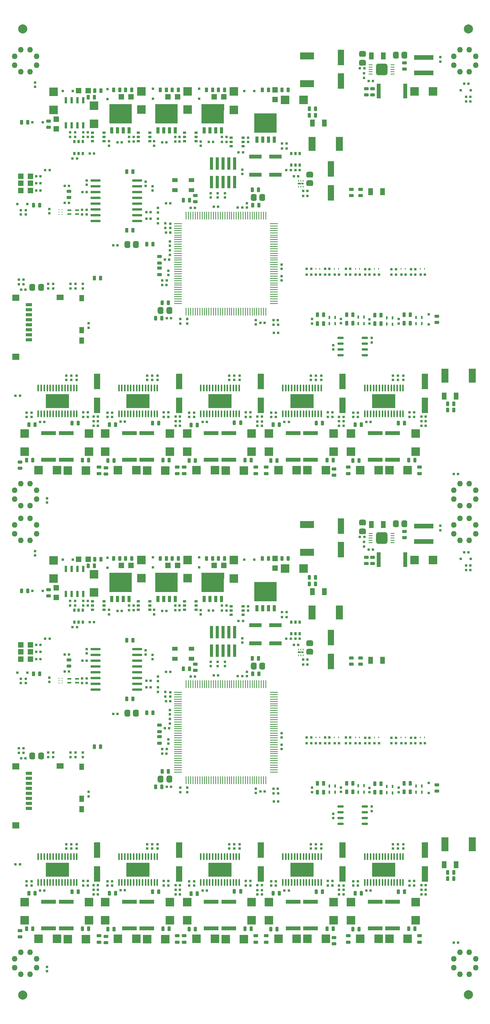
<source format=gtp>
G04 Layer_Color=8421504*
%FSLAX24Y24*%
%MOIN*%
G70*
G01*
G75*
G04:AMPARAMS|DCode=11|XSize=78.7mil|YSize=78.7mil|CornerRadius=39.4mil|HoleSize=0mil|Usage=FLASHONLY|Rotation=90.000|XOffset=0mil|YOffset=0mil|HoleType=Round|Shape=RoundedRectangle|*
%AMROUNDEDRECTD11*
21,1,0.0787,0.0000,0,0,90.0*
21,1,0.0000,0.0787,0,0,90.0*
1,1,0.0787,0.0000,0.0000*
1,1,0.0787,0.0000,0.0000*
1,1,0.0787,0.0000,0.0000*
1,1,0.0787,0.0000,0.0000*
%
%ADD11ROUNDEDRECTD11*%
%ADD17C,0.0500*%
%ADD31R,0.0110X0.0157*%
%ADD49R,0.0591X0.0453*%
%ADD135R,0.0256X0.0118*%
%ADD136R,0.0217X0.0118*%
%ADD137R,0.2035X0.1200*%
%ADD138O,0.0118X0.0649*%
G04:AMPARAMS|DCode=139|XSize=20mil|YSize=22mil|CornerRadius=3.4mil|HoleSize=0mil|Usage=FLASHONLY|Rotation=180.000|XOffset=0mil|YOffset=0mil|HoleType=Round|Shape=RoundedRectangle|*
%AMROUNDEDRECTD139*
21,1,0.0200,0.0152,0,0,180.0*
21,1,0.0132,0.0220,0,0,180.0*
1,1,0.0068,-0.0066,0.0076*
1,1,0.0068,0.0066,0.0076*
1,1,0.0068,0.0066,-0.0076*
1,1,0.0068,-0.0066,-0.0076*
%
%ADD139ROUNDEDRECTD139*%
%ADD140R,0.1279X0.0334*%
G04:AMPARAMS|DCode=141|XSize=20mil|YSize=22mil|CornerRadius=3.4mil|HoleSize=0mil|Usage=FLASHONLY|Rotation=270.000|XOffset=0mil|YOffset=0mil|HoleType=Round|Shape=RoundedRectangle|*
%AMROUNDEDRECTD141*
21,1,0.0200,0.0152,0,0,270.0*
21,1,0.0132,0.0220,0,0,270.0*
1,1,0.0068,-0.0076,-0.0066*
1,1,0.0068,-0.0076,0.0066*
1,1,0.0068,0.0076,0.0066*
1,1,0.0068,0.0076,-0.0066*
%
%ADD141ROUNDEDRECTD141*%
G04:AMPARAMS|DCode=142|XSize=27.1mil|YSize=37.4mil|CornerRadius=4.8mil|HoleSize=0mil|Usage=FLASHONLY|Rotation=0.000|XOffset=0mil|YOffset=0mil|HoleType=Round|Shape=RoundedRectangle|*
%AMROUNDEDRECTD142*
21,1,0.0271,0.0277,0,0,0.0*
21,1,0.0175,0.0374,0,0,0.0*
1,1,0.0097,0.0087,-0.0139*
1,1,0.0097,-0.0087,-0.0139*
1,1,0.0097,-0.0087,0.0139*
1,1,0.0097,0.0087,0.0139*
%
%ADD142ROUNDEDRECTD142*%
%ADD143R,0.0452X0.0334*%
%ADD144R,0.0216X0.0315*%
%ADD145R,0.0315X0.0216*%
%ADD146O,0.0571X0.0216*%
%ADD147O,0.0886X0.0216*%
G04:AMPARAMS|DCode=148|XSize=103mil|YSize=103mil|CornerRadius=25.3mil|HoleSize=0mil|Usage=FLASHONLY|Rotation=0.000|XOffset=0mil|YOffset=0mil|HoleType=Round|Shape=RoundedRectangle|*
%AMROUNDEDRECTD148*
21,1,0.1030,0.0525,0,0,0.0*
21,1,0.0525,0.1030,0,0,0.0*
1,1,0.0505,0.0263,-0.0263*
1,1,0.0505,-0.0263,-0.0263*
1,1,0.0505,-0.0263,0.0263*
1,1,0.0505,0.0263,0.0263*
%
%ADD148ROUNDEDRECTD148*%
%ADD149R,0.0382X0.0098*%
%ADD150O,0.0098X0.0689*%
%ADD151O,0.0689X0.0098*%
%ADD152R,0.1082X0.0374*%
G04:AMPARAMS|DCode=153|XSize=27.1mil|YSize=37.4mil|CornerRadius=4.8mil|HoleSize=0mil|Usage=FLASHONLY|Rotation=270.000|XOffset=0mil|YOffset=0mil|HoleType=Round|Shape=RoundedRectangle|*
%AMROUNDEDRECTD153*
21,1,0.0271,0.0277,0,0,270.0*
21,1,0.0175,0.0374,0,0,270.0*
1,1,0.0097,-0.0139,-0.0087*
1,1,0.0097,-0.0139,0.0087*
1,1,0.0097,0.0139,0.0087*
1,1,0.0097,0.0139,-0.0087*
%
%ADD153ROUNDEDRECTD153*%
%ADD154R,0.0334X0.1279*%
%ADD155R,0.1950X0.1680*%
%ADD156R,0.0260X0.0540*%
%ADD157R,0.0220X0.0580*%
%ADD158R,0.0460X0.0460*%
%ADD159R,0.0334X0.0137*%
%ADD160R,0.1653X0.0445*%
G04:AMPARAMS|DCode=161|XSize=50mil|YSize=58mil|CornerRadius=12mil|HoleSize=0mil|Usage=FLASHONLY|Rotation=0.000|XOffset=0mil|YOffset=0mil|HoleType=Round|Shape=RoundedRectangle|*
%AMROUNDEDRECTD161*
21,1,0.0500,0.0340,0,0,0.0*
21,1,0.0260,0.0580,0,0,0.0*
1,1,0.0240,0.0130,-0.0170*
1,1,0.0240,-0.0130,-0.0170*
1,1,0.0240,-0.0130,0.0170*
1,1,0.0240,0.0130,0.0170*
%
%ADD161ROUNDEDRECTD161*%
%ADD162R,0.0275X0.1082*%
%ADD163R,0.0433X0.0571*%
%ADD164R,0.0571X0.0295*%
%ADD165R,0.0649X0.0531*%
%ADD166R,0.0460X0.0460*%
%ADD167R,0.0770X0.0770*%
%ADD168R,0.0770X0.0770*%
%ADD169R,0.0220X0.0220*%
%ADD170R,0.0108X0.0086*%
%ADD171R,0.0180X0.0260*%
%ADD172R,0.0220X0.0220*%
%ADD173R,0.0610X0.1240*%
%ADD174R,0.1240X0.0610*%
G04:AMPARAMS|DCode=175|XSize=50mil|YSize=58mil|CornerRadius=12mil|HoleSize=0mil|Usage=FLASHONLY|Rotation=90.000|XOffset=0mil|YOffset=0mil|HoleType=Round|Shape=RoundedRectangle|*
%AMROUNDEDRECTD175*
21,1,0.0500,0.0340,0,0,90.0*
21,1,0.0260,0.0580,0,0,90.0*
1,1,0.0240,0.0170,0.0130*
1,1,0.0240,0.0170,-0.0130*
1,1,0.0240,-0.0170,-0.0130*
1,1,0.0240,-0.0170,0.0130*
%
%ADD175ROUNDEDRECTD175*%
%ADD176R,0.0413X0.0649*%
%ADD177R,0.0531X0.1319*%
%ADD178R,0.0098X0.0137*%
G36*
X20192Y36205D02*
Y36153D01*
X19980D01*
Y36205D01*
X20015Y36240D01*
X20157D01*
X20192Y36205D01*
D02*
G37*
G36*
X20571D02*
Y36153D01*
X20361D01*
Y36205D01*
X20401Y36240D01*
X20541D01*
X20571Y36205D01*
D02*
G37*
G36*
X19818Y36201D02*
Y36153D01*
X19677D01*
Y36244D01*
X19775D01*
X19818Y36201D01*
D02*
G37*
G36*
X16561Y36205D02*
Y36153D01*
X16351D01*
Y36205D01*
X16391Y36240D01*
X16531D01*
X16561Y36205D01*
D02*
G37*
G36*
X16861Y36153D02*
X16731D01*
Y36201D01*
X16771Y36244D01*
X16861D01*
Y36153D01*
D02*
G37*
G36*
X24369Y36761D02*
X24334Y36731D01*
X24184D01*
X24145Y36771D01*
Y37011D01*
X24369D01*
Y36761D01*
D02*
G37*
G36*
X24747D02*
X24712Y36731D01*
X24562D01*
X24523Y36771D01*
Y37011D01*
X24747D01*
Y36761D01*
D02*
G37*
G36*
X25796Y36491D02*
X25696D01*
Y37011D01*
X25796D01*
Y36491D01*
D02*
G37*
G36*
X20871Y36153D02*
X20741D01*
Y36201D01*
X20781Y36244D01*
X20871D01*
Y36153D01*
D02*
G37*
G36*
X23976Y36491D02*
X23865D01*
Y37011D01*
X23976D01*
Y36491D01*
D02*
G37*
G36*
X25426Y35353D02*
X25296D01*
Y35401D01*
X25336Y35444D01*
X25426D01*
Y35353D01*
D02*
G37*
G36*
X11823Y36201D02*
Y36153D01*
X11681D01*
Y36244D01*
X11780D01*
X11823Y36201D01*
D02*
G37*
G36*
X25126Y35405D02*
Y35353D01*
X24916D01*
Y35405D01*
X24956Y35440D01*
X25096D01*
X25126Y35405D01*
D02*
G37*
G36*
X24373Y35401D02*
Y35353D01*
X24232D01*
Y35444D01*
X24330D01*
X24373Y35401D01*
D02*
G37*
G36*
X24747Y35405D02*
Y35353D01*
X24535D01*
Y35405D01*
X24570Y35440D01*
X24712D01*
X24747Y35405D01*
D02*
G37*
G36*
X15808Y36201D02*
Y36153D01*
X15667D01*
Y36244D01*
X15765D01*
X15808Y36201D01*
D02*
G37*
G36*
X16182Y36205D02*
Y36153D01*
X15970D01*
Y36205D01*
X16005Y36240D01*
X16147D01*
X16182Y36205D01*
D02*
G37*
G36*
X12876Y36153D02*
X12746D01*
Y36201D01*
X12786Y36244D01*
X12876D01*
Y36153D01*
D02*
G37*
G36*
X12197Y36205D02*
Y36153D01*
X11985D01*
Y36205D01*
X12020Y36240D01*
X12162D01*
X12197Y36205D01*
D02*
G37*
G36*
X12576D02*
Y36153D01*
X12366D01*
Y36205D01*
X12406Y36240D01*
X12546D01*
X12576Y36205D01*
D02*
G37*
G36*
X16182Y37561D02*
X16147Y37531D01*
X15997D01*
X15958Y37571D01*
Y37811D01*
X16182D01*
Y37561D01*
D02*
G37*
G36*
X16561Y37571D02*
X16521Y37531D01*
X16381D01*
X16341Y37571D01*
Y37811D01*
X16561D01*
Y37571D01*
D02*
G37*
G36*
X15804Y37561D02*
X15769Y37531D01*
X15619D01*
X15580Y37571D01*
Y37811D01*
X15804D01*
Y37561D01*
D02*
G37*
G36*
X12576Y37571D02*
X12536Y37531D01*
X12396D01*
X12356Y37571D01*
Y37811D01*
X12576D01*
Y37571D01*
D02*
G37*
G36*
X12946D02*
X12916Y37531D01*
X12766D01*
X12726Y37571D01*
Y37811D01*
X12946D01*
Y37571D01*
D02*
G37*
G36*
X20571D02*
X20531Y37531D01*
X20391D01*
X20351Y37571D01*
Y37811D01*
X20571D01*
Y37571D01*
D02*
G37*
G36*
X20941D02*
X20911Y37531D01*
X20761D01*
X20721Y37571D01*
Y37811D01*
X20941D01*
Y37571D01*
D02*
G37*
G36*
X20192Y37561D02*
X20157Y37531D01*
X20007D01*
X19968Y37571D01*
Y37811D01*
X20192D01*
Y37561D01*
D02*
G37*
G36*
X16931Y37571D02*
X16901Y37531D01*
X16751D01*
X16711Y37571D01*
Y37811D01*
X16931D01*
Y37571D01*
D02*
G37*
G36*
X19814Y37561D02*
X19779Y37531D01*
X19629D01*
X19590Y37571D01*
Y37811D01*
X19814D01*
Y37561D01*
D02*
G37*
G36*
X13246Y37291D02*
X13146D01*
Y37811D01*
X13246D01*
Y37291D01*
D02*
G37*
G36*
X15411D02*
X15300D01*
Y37811D01*
X15411D01*
Y37291D01*
D02*
G37*
G36*
X11426D02*
X11315D01*
Y37811D01*
X11426D01*
Y37291D01*
D02*
G37*
G36*
X25126Y36771D02*
X25086Y36731D01*
X24946D01*
X24906Y36771D01*
Y37011D01*
X25126D01*
Y36771D01*
D02*
G37*
G36*
X25496D02*
X25466Y36731D01*
X25316D01*
X25276Y36771D01*
Y37011D01*
X25496D01*
Y36771D01*
D02*
G37*
G36*
X11819Y37561D02*
X11784Y37531D01*
X11634D01*
X11595Y37571D01*
Y37811D01*
X11819D01*
Y37561D01*
D02*
G37*
G36*
X12197D02*
X12162Y37531D01*
X12012D01*
X11973Y37571D01*
Y37811D01*
X12197D01*
Y37561D01*
D02*
G37*
G36*
X21241Y37291D02*
X21141D01*
Y37811D01*
X21241D01*
Y37291D01*
D02*
G37*
G36*
X17231D02*
X17131D01*
Y37811D01*
X17231D01*
Y37291D01*
D02*
G37*
G36*
X19421D02*
X19310D01*
Y37811D01*
X19421D01*
Y37291D01*
D02*
G37*
G36*
X20192Y76705D02*
Y76653D01*
X19980D01*
Y76705D01*
X20015Y76740D01*
X20157D01*
X20192Y76705D01*
D02*
G37*
G36*
X20571D02*
Y76653D01*
X20361D01*
Y76705D01*
X20401Y76740D01*
X20541D01*
X20571Y76705D01*
D02*
G37*
G36*
X19818Y76701D02*
Y76653D01*
X19677D01*
Y76744D01*
X19775D01*
X19818Y76701D01*
D02*
G37*
G36*
X16561Y76705D02*
Y76653D01*
X16351D01*
Y76705D01*
X16391Y76740D01*
X16531D01*
X16561Y76705D01*
D02*
G37*
G36*
X16861Y76653D02*
X16731D01*
Y76701D01*
X16771Y76744D01*
X16861D01*
Y76653D01*
D02*
G37*
G36*
X24369Y77261D02*
X24334Y77231D01*
X24184D01*
X24145Y77271D01*
Y77511D01*
X24369D01*
Y77261D01*
D02*
G37*
G36*
X24747D02*
X24712Y77231D01*
X24562D01*
X24523Y77271D01*
Y77511D01*
X24747D01*
Y77261D01*
D02*
G37*
G36*
X25796Y76991D02*
X25696D01*
Y77511D01*
X25796D01*
Y76991D01*
D02*
G37*
G36*
X20871Y76653D02*
X20741D01*
Y76701D01*
X20781Y76744D01*
X20871D01*
Y76653D01*
D02*
G37*
G36*
X23976Y76991D02*
X23865D01*
Y77511D01*
X23976D01*
Y76991D01*
D02*
G37*
G36*
X25426Y75853D02*
X25296D01*
Y75901D01*
X25336Y75944D01*
X25426D01*
Y75853D01*
D02*
G37*
G36*
X11823Y76701D02*
Y76653D01*
X11681D01*
Y76744D01*
X11780D01*
X11823Y76701D01*
D02*
G37*
G36*
X25126Y75904D02*
Y75853D01*
X24916D01*
Y75904D01*
X24956Y75940D01*
X25096D01*
X25126Y75904D01*
D02*
G37*
G36*
X24373Y75901D02*
Y75853D01*
X24232D01*
Y75944D01*
X24330D01*
X24373Y75901D01*
D02*
G37*
G36*
X24747Y75904D02*
Y75853D01*
X24535D01*
Y75904D01*
X24570Y75940D01*
X24712D01*
X24747Y75904D01*
D02*
G37*
G36*
X15808Y76701D02*
Y76653D01*
X15667D01*
Y76744D01*
X15765D01*
X15808Y76701D01*
D02*
G37*
G36*
X16182Y76705D02*
Y76653D01*
X15970D01*
Y76705D01*
X16005Y76740D01*
X16147D01*
X16182Y76705D01*
D02*
G37*
G36*
X12876Y76653D02*
X12746D01*
Y76701D01*
X12786Y76744D01*
X12876D01*
Y76653D01*
D02*
G37*
G36*
X12197Y76705D02*
Y76653D01*
X11985D01*
Y76705D01*
X12020Y76740D01*
X12162D01*
X12197Y76705D01*
D02*
G37*
G36*
X12576D02*
Y76653D01*
X12366D01*
Y76705D01*
X12406Y76740D01*
X12546D01*
X12576Y76705D01*
D02*
G37*
G36*
X16182Y78061D02*
X16147Y78031D01*
X15997D01*
X15958Y78071D01*
Y78311D01*
X16182D01*
Y78061D01*
D02*
G37*
G36*
X16561Y78071D02*
X16521Y78031D01*
X16381D01*
X16341Y78071D01*
Y78311D01*
X16561D01*
Y78071D01*
D02*
G37*
G36*
X15804Y78061D02*
X15769Y78031D01*
X15619D01*
X15580Y78071D01*
Y78311D01*
X15804D01*
Y78061D01*
D02*
G37*
G36*
X12576Y78071D02*
X12536Y78031D01*
X12396D01*
X12356Y78071D01*
Y78311D01*
X12576D01*
Y78071D01*
D02*
G37*
G36*
X12946D02*
X12916Y78031D01*
X12766D01*
X12726Y78071D01*
Y78311D01*
X12946D01*
Y78071D01*
D02*
G37*
G36*
X20571D02*
X20531Y78031D01*
X20391D01*
X20351Y78071D01*
Y78311D01*
X20571D01*
Y78071D01*
D02*
G37*
G36*
X20941D02*
X20911Y78031D01*
X20761D01*
X20721Y78071D01*
Y78311D01*
X20941D01*
Y78071D01*
D02*
G37*
G36*
X20192Y78061D02*
X20157Y78031D01*
X20007D01*
X19968Y78071D01*
Y78311D01*
X20192D01*
Y78061D01*
D02*
G37*
G36*
X16931Y78071D02*
X16901Y78031D01*
X16751D01*
X16711Y78071D01*
Y78311D01*
X16931D01*
Y78071D01*
D02*
G37*
G36*
X19814Y78061D02*
X19779Y78031D01*
X19629D01*
X19590Y78071D01*
Y78311D01*
X19814D01*
Y78061D01*
D02*
G37*
G36*
X13246Y77791D02*
X13146D01*
Y78311D01*
X13246D01*
Y77791D01*
D02*
G37*
G36*
X15411D02*
X15300D01*
Y78311D01*
X15411D01*
Y77791D01*
D02*
G37*
G36*
X11426D02*
X11315D01*
Y78311D01*
X11426D01*
Y77791D01*
D02*
G37*
G36*
X25126Y77271D02*
X25086Y77231D01*
X24946D01*
X24906Y77271D01*
Y77511D01*
X25126D01*
Y77271D01*
D02*
G37*
G36*
X25496D02*
X25466Y77231D01*
X25316D01*
X25276Y77271D01*
Y77511D01*
X25496D01*
Y77271D01*
D02*
G37*
G36*
X11819Y78061D02*
X11784Y78031D01*
X11634D01*
X11595Y78071D01*
Y78311D01*
X11819D01*
Y78061D01*
D02*
G37*
G36*
X12197D02*
X12162Y78031D01*
X12012D01*
X11973Y78071D01*
Y78311D01*
X12197D01*
Y78061D01*
D02*
G37*
G36*
X21241Y77791D02*
X21141D01*
Y78311D01*
X21241D01*
Y77791D01*
D02*
G37*
G36*
X17231D02*
X17131D01*
Y78311D01*
X17231D01*
Y77791D01*
D02*
G37*
G36*
X19421D02*
X19310D01*
Y78311D01*
X19421D01*
Y77791D01*
D02*
G37*
D11*
X3811Y1311D02*
D03*
X42400Y1341D02*
D03*
Y84819D02*
D03*
X3811D02*
D03*
D17*
X43006Y3667D02*
D03*
Y4455D02*
D03*
X42455Y5006D02*
D03*
X41667D02*
D03*
X41116Y4455D02*
D03*
Y3667D02*
D03*
X41667Y3116D02*
D03*
X42455D02*
D03*
X43006Y41167D02*
D03*
Y41955D02*
D03*
X42455Y42506D02*
D03*
X41667D02*
D03*
X41116Y41955D02*
D03*
Y41167D02*
D03*
X41667Y40616D02*
D03*
X42455D02*
D03*
X5006Y41167D02*
D03*
Y41955D02*
D03*
X4455Y42506D02*
D03*
X3667D02*
D03*
X3116Y41955D02*
D03*
Y41167D02*
D03*
X3667Y40616D02*
D03*
X4455D02*
D03*
X5006Y3667D02*
D03*
Y4455D02*
D03*
X4455Y5006D02*
D03*
X3667D02*
D03*
X3116Y4455D02*
D03*
Y3667D02*
D03*
X3667Y3116D02*
D03*
X4455D02*
D03*
X43006Y44167D02*
D03*
Y44955D02*
D03*
X42455Y45506D02*
D03*
X41667D02*
D03*
X41116Y44955D02*
D03*
Y44167D02*
D03*
X41667Y43616D02*
D03*
X42455D02*
D03*
X43006Y81667D02*
D03*
Y82455D02*
D03*
X42455Y83006D02*
D03*
X41667D02*
D03*
X41116Y82455D02*
D03*
Y81667D02*
D03*
X41667Y81116D02*
D03*
X42455D02*
D03*
X5006Y81667D02*
D03*
Y82455D02*
D03*
X4455Y83006D02*
D03*
X3667D02*
D03*
X3116Y82455D02*
D03*
Y81667D02*
D03*
X3667Y81116D02*
D03*
X4455D02*
D03*
X5006Y44167D02*
D03*
Y44955D02*
D03*
X4455Y45506D02*
D03*
X3667D02*
D03*
X3116Y44955D02*
D03*
Y44167D02*
D03*
X3667Y43616D02*
D03*
X4455D02*
D03*
D31*
X27684Y30675D02*
D03*
X27881D02*
D03*
X28078D02*
D03*
Y31187D02*
D03*
X27881D02*
D03*
X27684D02*
D03*
Y71175D02*
D03*
X27881D02*
D03*
X28078D02*
D03*
Y71687D02*
D03*
X27881D02*
D03*
X27684D02*
D03*
D49*
X7054Y21110D02*
D03*
Y61610D02*
D03*
D135*
X27753Y30931D02*
D03*
Y71431D02*
D03*
D136*
X28029Y30931D02*
D03*
Y71431D02*
D03*
D137*
X6835Y12151D02*
D03*
X13804D02*
D03*
X20895D02*
D03*
X27981D02*
D03*
X35070D02*
D03*
X6835Y52651D02*
D03*
X13804D02*
D03*
X20895D02*
D03*
X27981D02*
D03*
X35070D02*
D03*
D138*
X8499Y13273D02*
D03*
X8243D02*
D03*
X7987D02*
D03*
X7731D02*
D03*
X7475D02*
D03*
X7219D02*
D03*
X6963D02*
D03*
X6708D02*
D03*
X6452D02*
D03*
X6196D02*
D03*
X5940D02*
D03*
X5684D02*
D03*
X5428D02*
D03*
X5172D02*
D03*
X8499Y11029D02*
D03*
X8243D02*
D03*
X7987D02*
D03*
X7731D02*
D03*
X7475D02*
D03*
X7219D02*
D03*
X6963D02*
D03*
X6708D02*
D03*
X6452D02*
D03*
X6196D02*
D03*
X5940D02*
D03*
X5684D02*
D03*
X5428D02*
D03*
X5172D02*
D03*
X12141D02*
D03*
X12397D02*
D03*
X12652D02*
D03*
X12908D02*
D03*
X13164D02*
D03*
X13420D02*
D03*
X13676D02*
D03*
X13932D02*
D03*
X14188D02*
D03*
X14444D02*
D03*
X14700D02*
D03*
X14956D02*
D03*
X15212D02*
D03*
X15467D02*
D03*
X12141Y13273D02*
D03*
X12397D02*
D03*
X12652D02*
D03*
X12908D02*
D03*
X13164D02*
D03*
X13420D02*
D03*
X13676D02*
D03*
X13932D02*
D03*
X14188D02*
D03*
X14444D02*
D03*
X14700D02*
D03*
X14956D02*
D03*
X15212D02*
D03*
X15467D02*
D03*
X22559D02*
D03*
X22303D02*
D03*
X22047D02*
D03*
X21791D02*
D03*
X21535D02*
D03*
X21279D02*
D03*
X21023D02*
D03*
X20767D02*
D03*
X20511D02*
D03*
X20255D02*
D03*
X20000D02*
D03*
X19744D02*
D03*
X19488D02*
D03*
X19232D02*
D03*
X22559Y11029D02*
D03*
X22303D02*
D03*
X22047D02*
D03*
X21791D02*
D03*
X21535D02*
D03*
X21279D02*
D03*
X21023D02*
D03*
X20767D02*
D03*
X20511D02*
D03*
X20255D02*
D03*
X20000D02*
D03*
X19744D02*
D03*
X19488D02*
D03*
X19232D02*
D03*
X26318D02*
D03*
X26574D02*
D03*
X26830D02*
D03*
X27086D02*
D03*
X27341D02*
D03*
X27597D02*
D03*
X27853D02*
D03*
X28109D02*
D03*
X28365D02*
D03*
X28621D02*
D03*
X28877D02*
D03*
X29133D02*
D03*
X29389D02*
D03*
X29645D02*
D03*
X26318Y13273D02*
D03*
X26574D02*
D03*
X26830D02*
D03*
X27086D02*
D03*
X27341D02*
D03*
X27597D02*
D03*
X27853D02*
D03*
X28109D02*
D03*
X28365D02*
D03*
X28621D02*
D03*
X28877D02*
D03*
X29133D02*
D03*
X29389D02*
D03*
X29645D02*
D03*
X36733D02*
D03*
X36477D02*
D03*
X36221D02*
D03*
X35965D02*
D03*
X35710D02*
D03*
X35454D02*
D03*
X35198D02*
D03*
X34942D02*
D03*
X34686D02*
D03*
X34430D02*
D03*
X34174D02*
D03*
X33918D02*
D03*
X33662D02*
D03*
X33406D02*
D03*
X36733Y11029D02*
D03*
X36477D02*
D03*
X36221D02*
D03*
X35965D02*
D03*
X35710D02*
D03*
X35454D02*
D03*
X35198D02*
D03*
X34942D02*
D03*
X34686D02*
D03*
X34430D02*
D03*
X34174D02*
D03*
X33918D02*
D03*
X33662D02*
D03*
X33406D02*
D03*
X8499Y53773D02*
D03*
X8243D02*
D03*
X7987D02*
D03*
X7731D02*
D03*
X7475D02*
D03*
X7219D02*
D03*
X6963D02*
D03*
X6708D02*
D03*
X6452D02*
D03*
X6196D02*
D03*
X5940D02*
D03*
X5684D02*
D03*
X5428D02*
D03*
X5172D02*
D03*
X8499Y51529D02*
D03*
X8243D02*
D03*
X7987D02*
D03*
X7731D02*
D03*
X7475D02*
D03*
X7219D02*
D03*
X6963D02*
D03*
X6708D02*
D03*
X6452D02*
D03*
X6196D02*
D03*
X5940D02*
D03*
X5684D02*
D03*
X5428D02*
D03*
X5172D02*
D03*
X12141D02*
D03*
X12397D02*
D03*
X12652D02*
D03*
X12908D02*
D03*
X13164D02*
D03*
X13420D02*
D03*
X13676D02*
D03*
X13932D02*
D03*
X14188D02*
D03*
X14444D02*
D03*
X14700D02*
D03*
X14956D02*
D03*
X15212D02*
D03*
X15467D02*
D03*
X12141Y53773D02*
D03*
X12397D02*
D03*
X12652D02*
D03*
X12908D02*
D03*
X13164D02*
D03*
X13420D02*
D03*
X13676D02*
D03*
X13932D02*
D03*
X14188D02*
D03*
X14444D02*
D03*
X14700D02*
D03*
X14956D02*
D03*
X15212D02*
D03*
X15467D02*
D03*
X22559D02*
D03*
X22303D02*
D03*
X22047D02*
D03*
X21791D02*
D03*
X21535D02*
D03*
X21279D02*
D03*
X21023D02*
D03*
X20767D02*
D03*
X20511D02*
D03*
X20255D02*
D03*
X20000D02*
D03*
X19744D02*
D03*
X19488D02*
D03*
X19232D02*
D03*
X22559Y51529D02*
D03*
X22303D02*
D03*
X22047D02*
D03*
X21791D02*
D03*
X21535D02*
D03*
X21279D02*
D03*
X21023D02*
D03*
X20767D02*
D03*
X20511D02*
D03*
X20255D02*
D03*
X20000D02*
D03*
X19744D02*
D03*
X19488D02*
D03*
X19232D02*
D03*
X26318D02*
D03*
X26574D02*
D03*
X26830D02*
D03*
X27086D02*
D03*
X27341D02*
D03*
X27597D02*
D03*
X27853D02*
D03*
X28109D02*
D03*
X28365D02*
D03*
X28621D02*
D03*
X28877D02*
D03*
X29133D02*
D03*
X29389D02*
D03*
X29645D02*
D03*
X26318Y53773D02*
D03*
X26574D02*
D03*
X26830D02*
D03*
X27086D02*
D03*
X27341D02*
D03*
X27597D02*
D03*
X27853D02*
D03*
X28109D02*
D03*
X28365D02*
D03*
X28621D02*
D03*
X28877D02*
D03*
X29133D02*
D03*
X29389D02*
D03*
X29645D02*
D03*
X36733D02*
D03*
X36477D02*
D03*
X36221D02*
D03*
X35965D02*
D03*
X35710D02*
D03*
X35454D02*
D03*
X35198D02*
D03*
X34942D02*
D03*
X34686D02*
D03*
X34430D02*
D03*
X34174D02*
D03*
X33918D02*
D03*
X33662D02*
D03*
X33406D02*
D03*
X36733Y51529D02*
D03*
X36477D02*
D03*
X36221D02*
D03*
X35965D02*
D03*
X35710D02*
D03*
X35454D02*
D03*
X35198D02*
D03*
X34942D02*
D03*
X34686D02*
D03*
X34430D02*
D03*
X34174D02*
D03*
X33918D02*
D03*
X33662D02*
D03*
X33406D02*
D03*
D139*
X24510Y10795D02*
D03*
X24131D02*
D03*
X9350Y28281D02*
D03*
X8971D02*
D03*
X14900Y28461D02*
D03*
X14521D02*
D03*
X9350Y28671D02*
D03*
X8971D02*
D03*
X14890Y27911D02*
D03*
X14511D02*
D03*
X16500Y24381D02*
D03*
X16121D02*
D03*
X16211Y29251D02*
D03*
X16590D02*
D03*
X25910Y18731D02*
D03*
X25531D02*
D03*
X5762Y32111D02*
D03*
X6141D02*
D03*
X3580Y12621D02*
D03*
X3201D02*
D03*
X41112Y5841D02*
D03*
X41491D02*
D03*
X42008Y39567D02*
D03*
X42387D02*
D03*
X3881Y22251D02*
D03*
X3502D02*
D03*
X42177Y38028D02*
D03*
X42556D02*
D03*
X32994Y40895D02*
D03*
X33373D02*
D03*
X5361Y31571D02*
D03*
X4982D02*
D03*
X27411Y32121D02*
D03*
X27790D02*
D03*
X26271Y34411D02*
D03*
X26650D02*
D03*
X26271Y33991D02*
D03*
X26650D02*
D03*
X21071Y34961D02*
D03*
X21450D02*
D03*
X25522Y19131D02*
D03*
X25901D02*
D03*
X21071Y34531D02*
D03*
X21450D02*
D03*
X19921D02*
D03*
X20300D02*
D03*
X17011Y34961D02*
D03*
X17390D02*
D03*
X17011Y34561D02*
D03*
X17390D02*
D03*
X15891Y34511D02*
D03*
X16270D02*
D03*
X13031Y34961D02*
D03*
X13410D02*
D03*
X13031Y34561D02*
D03*
X13410D02*
D03*
X25920Y18041D02*
D03*
X25541D02*
D03*
X12021Y34501D02*
D03*
X12400D02*
D03*
X9622Y33551D02*
D03*
X10001D02*
D03*
X12021Y25601D02*
D03*
X11642D02*
D03*
X17430Y10021D02*
D03*
X17051D02*
D03*
X10320Y10011D02*
D03*
X9941D02*
D03*
X38690Y10801D02*
D03*
X38311D02*
D03*
X31580Y10791D02*
D03*
X31201D02*
D03*
X17430Y10801D02*
D03*
X17051D02*
D03*
X10320D02*
D03*
X9941D02*
D03*
X36961Y23081D02*
D03*
X36582D02*
D03*
X33001D02*
D03*
X32622D02*
D03*
X29571Y23080D02*
D03*
X29192D02*
D03*
X35732Y23081D02*
D03*
X36111D02*
D03*
X31792D02*
D03*
X32171D02*
D03*
X28402Y23561D02*
D03*
X28781D02*
D03*
X38621Y23081D02*
D03*
X38242D02*
D03*
X34651D02*
D03*
X34272D02*
D03*
X31191D02*
D03*
X30812D02*
D03*
X37412D02*
D03*
X37791D02*
D03*
X33442D02*
D03*
X33821D02*
D03*
X29992D02*
D03*
X30371D02*
D03*
X4981Y30351D02*
D03*
X5360D02*
D03*
X4981Y30961D02*
D03*
X5360D02*
D03*
X20341Y28931D02*
D03*
X20720D02*
D03*
X33553Y10331D02*
D03*
X33930D02*
D03*
X26464D02*
D03*
X26841D02*
D03*
X12287Y10361D02*
D03*
X12664D02*
D03*
X5318Y10331D02*
D03*
X5695D02*
D03*
X8981Y30221D02*
D03*
X9358D02*
D03*
X7461Y30741D02*
D03*
X7838D02*
D03*
X7831Y29291D02*
D03*
X7454D02*
D03*
X38688Y10401D02*
D03*
X38311D02*
D03*
X31578D02*
D03*
X31201D02*
D03*
X17428Y10411D02*
D03*
X17051D02*
D03*
X10318Y10401D02*
D03*
X9941D02*
D03*
X42553Y38428D02*
D03*
X42176D02*
D03*
X3504Y22651D02*
D03*
X3881D02*
D03*
X33757Y39815D02*
D03*
X34134D02*
D03*
X38311Y10011D02*
D03*
X38688D02*
D03*
X31201D02*
D03*
X31578D02*
D03*
X28094Y30301D02*
D03*
X28471D02*
D03*
X28094Y29871D02*
D03*
X28471D02*
D03*
X27668Y31581D02*
D03*
X27291D02*
D03*
X24771Y18921D02*
D03*
X24394D02*
D03*
X22431Y28881D02*
D03*
X22808D02*
D03*
X35734Y23551D02*
D03*
X36111D02*
D03*
X31794Y23561D02*
D03*
X32171D02*
D03*
X28404Y23081D02*
D03*
X28781D02*
D03*
X15891Y22161D02*
D03*
X16268D02*
D03*
X16221Y26721D02*
D03*
X16598D02*
D03*
X15901Y22561D02*
D03*
X16278D02*
D03*
X37414Y23551D02*
D03*
X37791D02*
D03*
X33444D02*
D03*
X33821D02*
D03*
X29994Y23561D02*
D03*
X30371D02*
D03*
X16651Y19321D02*
D03*
X16274D02*
D03*
X18721Y28841D02*
D03*
X18344D02*
D03*
X19378Y10331D02*
D03*
X19755D02*
D03*
X24131Y10391D02*
D03*
X24508D02*
D03*
X24131Y10011D02*
D03*
X24508D02*
D03*
X26631Y32121D02*
D03*
X27008D02*
D03*
X22881Y33631D02*
D03*
X22504D02*
D03*
X8511Y33101D02*
D03*
X8134D02*
D03*
X3681Y21781D02*
D03*
X4058D02*
D03*
X24510Y51295D02*
D03*
X24131D02*
D03*
X9350Y68781D02*
D03*
X8971D02*
D03*
X14900Y68961D02*
D03*
X14521D02*
D03*
X9350Y69171D02*
D03*
X8971D02*
D03*
X14890Y68411D02*
D03*
X14511D02*
D03*
X16500Y64881D02*
D03*
X16121D02*
D03*
X16211Y69751D02*
D03*
X16590D02*
D03*
X25910Y59231D02*
D03*
X25531D02*
D03*
X5762Y72611D02*
D03*
X6141D02*
D03*
X3580Y53121D02*
D03*
X3201D02*
D03*
X41112Y46341D02*
D03*
X41491D02*
D03*
X42008Y80067D02*
D03*
X42387D02*
D03*
X3881Y62751D02*
D03*
X3502D02*
D03*
X42177Y78528D02*
D03*
X42556D02*
D03*
X32994Y81395D02*
D03*
X33373D02*
D03*
X5361Y72071D02*
D03*
X4982D02*
D03*
X27411Y72621D02*
D03*
X27790D02*
D03*
X26271Y74911D02*
D03*
X26650D02*
D03*
X26271Y74491D02*
D03*
X26650D02*
D03*
X21071Y75461D02*
D03*
X21450D02*
D03*
X25522Y59631D02*
D03*
X25901D02*
D03*
X21071Y75031D02*
D03*
X21450D02*
D03*
X19921D02*
D03*
X20300D02*
D03*
X17011Y75461D02*
D03*
X17390D02*
D03*
X17011Y75061D02*
D03*
X17390D02*
D03*
X15891Y75011D02*
D03*
X16270D02*
D03*
X13031Y75461D02*
D03*
X13410D02*
D03*
X13031Y75061D02*
D03*
X13410D02*
D03*
X25920Y58541D02*
D03*
X25541D02*
D03*
X12021Y75001D02*
D03*
X12400D02*
D03*
X9622Y74051D02*
D03*
X10001D02*
D03*
X12021Y66101D02*
D03*
X11642D02*
D03*
X17430Y50521D02*
D03*
X17051D02*
D03*
X10320Y50511D02*
D03*
X9941D02*
D03*
X38690Y51301D02*
D03*
X38311D02*
D03*
X31580Y51291D02*
D03*
X31201D02*
D03*
X17430Y51301D02*
D03*
X17051D02*
D03*
X10320D02*
D03*
X9941D02*
D03*
X36961Y63581D02*
D03*
X36582D02*
D03*
X33001D02*
D03*
X32622D02*
D03*
X29571Y63580D02*
D03*
X29192D02*
D03*
X35732Y63581D02*
D03*
X36111D02*
D03*
X31792D02*
D03*
X32171D02*
D03*
X28402Y64061D02*
D03*
X28781D02*
D03*
X38621Y63581D02*
D03*
X38242D02*
D03*
X34651D02*
D03*
X34272D02*
D03*
X31191D02*
D03*
X30812D02*
D03*
X37412D02*
D03*
X37791D02*
D03*
X33442D02*
D03*
X33821D02*
D03*
X29992D02*
D03*
X30371D02*
D03*
X4981Y70851D02*
D03*
X5360D02*
D03*
X4981Y71461D02*
D03*
X5360D02*
D03*
X20341Y69431D02*
D03*
X20720D02*
D03*
X33553Y50831D02*
D03*
X33930D02*
D03*
X26464D02*
D03*
X26841D02*
D03*
X12287Y50861D02*
D03*
X12664D02*
D03*
X5318Y50831D02*
D03*
X5695D02*
D03*
X8981Y70721D02*
D03*
X9358D02*
D03*
X7461Y71241D02*
D03*
X7838D02*
D03*
X7831Y69791D02*
D03*
X7454D02*
D03*
X38688Y50901D02*
D03*
X38311D02*
D03*
X31578D02*
D03*
X31201D02*
D03*
X17428Y50911D02*
D03*
X17051D02*
D03*
X10318Y50901D02*
D03*
X9941D02*
D03*
X42553Y78928D02*
D03*
X42176D02*
D03*
X3504Y63151D02*
D03*
X3881D02*
D03*
X33757Y80315D02*
D03*
X34134D02*
D03*
X38311Y50511D02*
D03*
X38688D02*
D03*
X31201D02*
D03*
X31578D02*
D03*
X28094Y70801D02*
D03*
X28471D02*
D03*
X28094Y70371D02*
D03*
X28471D02*
D03*
X27668Y72081D02*
D03*
X27291D02*
D03*
X24771Y59421D02*
D03*
X24394D02*
D03*
X22431Y69381D02*
D03*
X22808D02*
D03*
X35734Y64051D02*
D03*
X36111D02*
D03*
X31794Y64061D02*
D03*
X32171D02*
D03*
X28404Y63581D02*
D03*
X28781D02*
D03*
X15891Y62661D02*
D03*
X16268D02*
D03*
X16221Y67221D02*
D03*
X16598D02*
D03*
X15901Y63061D02*
D03*
X16278D02*
D03*
X37414Y64051D02*
D03*
X37791D02*
D03*
X33444D02*
D03*
X33821D02*
D03*
X29994Y64061D02*
D03*
X30371D02*
D03*
X16651Y59821D02*
D03*
X16274D02*
D03*
X18721Y69341D02*
D03*
X18344D02*
D03*
X19378Y50831D02*
D03*
X19755D02*
D03*
X24131Y50891D02*
D03*
X24508D02*
D03*
X24131Y50511D02*
D03*
X24508D02*
D03*
X26631Y72621D02*
D03*
X27008D02*
D03*
X22881Y74131D02*
D03*
X22504D02*
D03*
X8511Y73601D02*
D03*
X8134D02*
D03*
X3681Y62281D02*
D03*
X4058D02*
D03*
D140*
X21652Y9382D02*
D03*
Y7060D02*
D03*
X20132Y9382D02*
D03*
Y7060D02*
D03*
X34307Y9382D02*
D03*
Y7060D02*
D03*
X27218Y9382D02*
D03*
Y7060D02*
D03*
X13041Y9382D02*
D03*
Y7060D02*
D03*
X6072Y9382D02*
D03*
Y7060D02*
D03*
X35827Y9382D02*
D03*
Y7060D02*
D03*
X28738Y9382D02*
D03*
Y7060D02*
D03*
X14561Y9382D02*
D03*
Y7060D02*
D03*
X7592Y9382D02*
D03*
Y7060D02*
D03*
X21652Y49882D02*
D03*
Y47560D02*
D03*
X20132Y49882D02*
D03*
Y47560D02*
D03*
X34307Y49882D02*
D03*
Y47560D02*
D03*
X27218Y49882D02*
D03*
Y47560D02*
D03*
X13041Y49882D02*
D03*
Y47560D02*
D03*
X6072Y49882D02*
D03*
Y47560D02*
D03*
X35827Y49882D02*
D03*
Y47560D02*
D03*
X28738Y49882D02*
D03*
Y47560D02*
D03*
X14561Y49882D02*
D03*
Y47560D02*
D03*
X7592Y49882D02*
D03*
Y47560D02*
D03*
D141*
X6441Y21881D02*
D03*
Y22260D02*
D03*
X6021Y21881D02*
D03*
Y22260D02*
D03*
X7971Y22261D02*
D03*
Y21882D02*
D03*
X9016Y21886D02*
D03*
Y22265D02*
D03*
X3671Y28274D02*
D03*
Y28651D02*
D03*
X4101Y28271D02*
D03*
Y28650D02*
D03*
X16161Y27121D02*
D03*
Y27500D02*
D03*
X15511Y28830D02*
D03*
Y28451D02*
D03*
Y27522D02*
D03*
Y27901D02*
D03*
X4901Y39302D02*
D03*
Y39681D02*
D03*
X5911Y3750D02*
D03*
Y3371D02*
D03*
X8391Y22261D02*
D03*
Y21882D02*
D03*
X33341Y40091D02*
D03*
Y40470D02*
D03*
X21685Y13971D02*
D03*
Y14350D02*
D03*
X22115Y14351D02*
D03*
Y13972D02*
D03*
X18232Y11148D02*
D03*
Y10769D02*
D03*
X23131Y10781D02*
D03*
Y11160D02*
D03*
X23531D02*
D03*
Y10781D02*
D03*
X23311Y34531D02*
D03*
Y34910D02*
D03*
X9451Y34991D02*
D03*
Y35370D02*
D03*
X9041Y35371D02*
D03*
Y34992D02*
D03*
X8351Y35371D02*
D03*
Y34992D02*
D03*
X7921Y35371D02*
D03*
Y34992D02*
D03*
X35861Y13971D02*
D03*
Y14350D02*
D03*
X28771Y13971D02*
D03*
Y14350D02*
D03*
X14594Y13971D02*
D03*
Y14350D02*
D03*
X7605Y13971D02*
D03*
Y14350D02*
D03*
X36291Y14351D02*
D03*
Y13972D02*
D03*
X29201Y14351D02*
D03*
Y13972D02*
D03*
X15024Y14351D02*
D03*
Y13972D02*
D03*
X8035Y14351D02*
D03*
Y13972D02*
D03*
X32407Y10769D02*
D03*
Y11148D02*
D03*
X25318Y10769D02*
D03*
Y11148D02*
D03*
X11141Y10769D02*
D03*
Y11148D02*
D03*
X4172Y10769D02*
D03*
Y11148D02*
D03*
X37301Y11170D02*
D03*
Y10791D02*
D03*
X30221Y11170D02*
D03*
Y10791D02*
D03*
X37701D02*
D03*
Y11170D02*
D03*
X30621Y10791D02*
D03*
Y11170D02*
D03*
X16431Y10791D02*
D03*
Y11170D02*
D03*
X9471Y10791D02*
D03*
Y11170D02*
D03*
X30701Y16602D02*
D03*
Y16981D02*
D03*
X22811Y31762D02*
D03*
Y32141D02*
D03*
X21311Y29742D02*
D03*
Y30121D02*
D03*
X20691Y30120D02*
D03*
Y29741D02*
D03*
X9531Y18871D02*
D03*
Y18492D02*
D03*
X9361Y30831D02*
D03*
Y31208D02*
D03*
X14461Y30731D02*
D03*
Y31108D02*
D03*
X15041Y30721D02*
D03*
Y30344D02*
D03*
X17441Y19231D02*
D03*
Y18854D02*
D03*
X18071Y19231D02*
D03*
Y18854D02*
D03*
X16581Y27114D02*
D03*
Y27491D02*
D03*
X20091Y29744D02*
D03*
Y30121D02*
D03*
X36351Y18858D02*
D03*
Y19235D02*
D03*
X33821Y18828D02*
D03*
Y19205D02*
D03*
X31361Y19245D02*
D03*
Y18868D02*
D03*
X28851Y19230D02*
D03*
Y18853D02*
D03*
X16031Y10791D02*
D03*
Y11168D02*
D03*
X9071Y10791D02*
D03*
Y11168D02*
D03*
X39941Y41484D02*
D03*
Y41861D02*
D03*
X26231Y23951D02*
D03*
Y23574D02*
D03*
X16551Y25561D02*
D03*
Y25938D02*
D03*
X23981Y18771D02*
D03*
Y19148D02*
D03*
X26221Y22571D02*
D03*
Y22948D02*
D03*
X23211Y29251D02*
D03*
Y28874D02*
D03*
X16561Y25161D02*
D03*
Y24784D02*
D03*
X16411Y23031D02*
D03*
Y23408D02*
D03*
X22585Y13971D02*
D03*
Y14348D02*
D03*
X18645Y10771D02*
D03*
Y11148D02*
D03*
X19221Y34591D02*
D03*
Y34214D02*
D03*
X15191Y34601D02*
D03*
Y34224D02*
D03*
X11281Y34601D02*
D03*
Y34224D02*
D03*
X36751Y14348D02*
D03*
Y13971D02*
D03*
X29671Y14348D02*
D03*
Y13971D02*
D03*
X15491Y14348D02*
D03*
Y13971D02*
D03*
X8505Y14348D02*
D03*
Y13971D02*
D03*
X32820Y11148D02*
D03*
Y10771D02*
D03*
X25731Y11148D02*
D03*
Y10771D02*
D03*
X11554Y11148D02*
D03*
Y10771D02*
D03*
X4585Y11148D02*
D03*
Y10771D02*
D03*
X6111Y28751D02*
D03*
Y28374D02*
D03*
X34021Y17598D02*
D03*
Y17221D02*
D03*
X6441Y62381D02*
D03*
Y62760D02*
D03*
X6021Y62381D02*
D03*
Y62760D02*
D03*
X7971Y62761D02*
D03*
Y62382D02*
D03*
X9016Y62386D02*
D03*
Y62765D02*
D03*
X3671Y68774D02*
D03*
Y69151D02*
D03*
X4101Y68771D02*
D03*
Y69150D02*
D03*
X16161Y67621D02*
D03*
Y68000D02*
D03*
X15511Y69330D02*
D03*
Y68951D02*
D03*
Y68022D02*
D03*
Y68401D02*
D03*
X4901Y79802D02*
D03*
Y80181D02*
D03*
X5911Y44250D02*
D03*
Y43871D02*
D03*
X8391Y62761D02*
D03*
Y62382D02*
D03*
X33341Y80591D02*
D03*
Y80970D02*
D03*
X21685Y54471D02*
D03*
Y54850D02*
D03*
X22115Y54851D02*
D03*
Y54472D02*
D03*
X18232Y51648D02*
D03*
Y51269D02*
D03*
X23131Y51281D02*
D03*
Y51660D02*
D03*
X23531D02*
D03*
Y51281D02*
D03*
X23311Y75031D02*
D03*
Y75410D02*
D03*
X9451Y75491D02*
D03*
Y75870D02*
D03*
X9041Y75871D02*
D03*
Y75492D02*
D03*
X8351Y75871D02*
D03*
Y75492D02*
D03*
X7921Y75871D02*
D03*
Y75492D02*
D03*
X35861Y54471D02*
D03*
Y54850D02*
D03*
X28771Y54471D02*
D03*
Y54850D02*
D03*
X14594Y54471D02*
D03*
Y54850D02*
D03*
X7605Y54471D02*
D03*
Y54850D02*
D03*
X36291Y54851D02*
D03*
Y54472D02*
D03*
X29201Y54851D02*
D03*
Y54472D02*
D03*
X15024Y54851D02*
D03*
Y54472D02*
D03*
X8035Y54851D02*
D03*
Y54472D02*
D03*
X32407Y51269D02*
D03*
Y51648D02*
D03*
X25318Y51269D02*
D03*
Y51648D02*
D03*
X11141Y51269D02*
D03*
Y51648D02*
D03*
X4172Y51269D02*
D03*
Y51648D02*
D03*
X37301Y51670D02*
D03*
Y51291D02*
D03*
X30221Y51670D02*
D03*
Y51291D02*
D03*
X37701D02*
D03*
Y51670D02*
D03*
X30621Y51291D02*
D03*
Y51670D02*
D03*
X16431Y51291D02*
D03*
Y51670D02*
D03*
X9471Y51291D02*
D03*
Y51670D02*
D03*
X30701Y57102D02*
D03*
Y57481D02*
D03*
X22811Y72262D02*
D03*
Y72641D02*
D03*
X21311Y70242D02*
D03*
Y70621D02*
D03*
X20691Y70620D02*
D03*
Y70241D02*
D03*
X9531Y59371D02*
D03*
Y58992D02*
D03*
X9361Y71331D02*
D03*
Y71708D02*
D03*
X14461Y71231D02*
D03*
Y71608D02*
D03*
X15041Y71221D02*
D03*
Y70844D02*
D03*
X17441Y59731D02*
D03*
Y59354D02*
D03*
X18071Y59731D02*
D03*
Y59354D02*
D03*
X16581Y67614D02*
D03*
Y67991D02*
D03*
X20091Y70244D02*
D03*
Y70621D02*
D03*
X36351Y59358D02*
D03*
Y59735D02*
D03*
X33821Y59328D02*
D03*
Y59705D02*
D03*
X31361Y59745D02*
D03*
Y59368D02*
D03*
X28851Y59730D02*
D03*
Y59353D02*
D03*
X16031Y51291D02*
D03*
Y51668D02*
D03*
X9071Y51291D02*
D03*
Y51668D02*
D03*
X39941Y81984D02*
D03*
Y82361D02*
D03*
X26231Y64451D02*
D03*
Y64074D02*
D03*
X16551Y66061D02*
D03*
Y66438D02*
D03*
X23981Y59271D02*
D03*
Y59648D02*
D03*
X26221Y63071D02*
D03*
Y63448D02*
D03*
X23211Y69751D02*
D03*
Y69374D02*
D03*
X16561Y65661D02*
D03*
Y65284D02*
D03*
X16411Y63531D02*
D03*
Y63908D02*
D03*
X22585Y54471D02*
D03*
Y54848D02*
D03*
X18645Y51271D02*
D03*
Y51648D02*
D03*
X19221Y75091D02*
D03*
Y74714D02*
D03*
X15191Y75101D02*
D03*
Y74724D02*
D03*
X11281Y75101D02*
D03*
Y74724D02*
D03*
X36751Y54848D02*
D03*
Y54471D02*
D03*
X29671Y54848D02*
D03*
Y54471D02*
D03*
X15491Y54848D02*
D03*
Y54471D02*
D03*
X8505Y54848D02*
D03*
Y54471D02*
D03*
X32820Y51648D02*
D03*
Y51271D02*
D03*
X25731Y51648D02*
D03*
Y51271D02*
D03*
X11554Y51648D02*
D03*
Y51271D02*
D03*
X4585Y51648D02*
D03*
Y51271D02*
D03*
X6111Y69251D02*
D03*
Y68874D02*
D03*
X34021Y58098D02*
D03*
Y57721D02*
D03*
D142*
X10023Y22771D02*
D03*
X10559D02*
D03*
X16409Y20631D02*
D03*
X15873D02*
D03*
X23723Y29061D02*
D03*
X24259D02*
D03*
X36833Y18861D02*
D03*
X37369D02*
D03*
X34303Y18831D02*
D03*
X34839D02*
D03*
X31843Y18871D02*
D03*
X32379D02*
D03*
X29333Y18855D02*
D03*
X29869D02*
D03*
X36833Y19611D02*
D03*
X37369D02*
D03*
X34303Y19581D02*
D03*
X34839D02*
D03*
X31843Y19621D02*
D03*
X32379D02*
D03*
X29333Y19605D02*
D03*
X29869D02*
D03*
X26779Y39031D02*
D03*
X26243D02*
D03*
X20743D02*
D03*
X21279D02*
D03*
X16743Y39031D02*
D03*
X17279D02*
D03*
X12713Y39031D02*
D03*
X13249D02*
D03*
X10579Y38991D02*
D03*
X10043D02*
D03*
X4743Y29071D02*
D03*
X5279D02*
D03*
X13369Y31971D02*
D03*
X12833D02*
D03*
X17723Y29511D02*
D03*
X18259D02*
D03*
X41119Y11921D02*
D03*
X40583D02*
D03*
X41119Y11381D02*
D03*
X40583D02*
D03*
X14553Y25711D02*
D03*
X15089D02*
D03*
X15313Y19311D02*
D03*
X15849D02*
D03*
X24239Y30421D02*
D03*
X23703D02*
D03*
X29169Y37401D02*
D03*
X28633D02*
D03*
X29169Y36851D02*
D03*
X28633D02*
D03*
X22137Y10261D02*
D03*
X22673D02*
D03*
X18939Y10091D02*
D03*
X18403D02*
D03*
X23054Y7031D02*
D03*
X23590D02*
D03*
X18214Y7021D02*
D03*
X18750D02*
D03*
X24553Y39031D02*
D03*
X25089D02*
D03*
X19733Y39031D02*
D03*
X20269D02*
D03*
X15723Y39031D02*
D03*
X16259D02*
D03*
X11703D02*
D03*
X12239D02*
D03*
X9493Y38411D02*
D03*
X10029D02*
D03*
X4249Y36251D02*
D03*
X3713D02*
D03*
X36312Y10251D02*
D03*
X36848D02*
D03*
X29223D02*
D03*
X29759D02*
D03*
X15046D02*
D03*
X15582D02*
D03*
X8078D02*
D03*
X8613D02*
D03*
X33115Y10101D02*
D03*
X32579D02*
D03*
X26026D02*
D03*
X25490D02*
D03*
X11849D02*
D03*
X11313D02*
D03*
X4880D02*
D03*
X4345D02*
D03*
X37764Y7031D02*
D03*
X37229D02*
D03*
X30676D02*
D03*
X30140D02*
D03*
X16499D02*
D03*
X15963D02*
D03*
X9530D02*
D03*
X8995D02*
D03*
X32924Y7021D02*
D03*
X32389D02*
D03*
X25836D02*
D03*
X25300D02*
D03*
X11708D02*
D03*
X11173D02*
D03*
X4689Y7031D02*
D03*
X4153D02*
D03*
X13369Y26911D02*
D03*
X12833D02*
D03*
X10023Y63271D02*
D03*
X10559D02*
D03*
X16409Y61131D02*
D03*
X15873D02*
D03*
X23723Y69561D02*
D03*
X24259D02*
D03*
X36833Y59361D02*
D03*
X37369D02*
D03*
X34303Y59331D02*
D03*
X34839D02*
D03*
X31843Y59371D02*
D03*
X32379D02*
D03*
X29333Y59355D02*
D03*
X29869D02*
D03*
X36833Y60111D02*
D03*
X37369D02*
D03*
X34303Y60081D02*
D03*
X34839D02*
D03*
X31843Y60121D02*
D03*
X32379D02*
D03*
X29333Y60105D02*
D03*
X29869D02*
D03*
X26779Y79531D02*
D03*
X26243D02*
D03*
X20743D02*
D03*
X21279D02*
D03*
X16743Y79531D02*
D03*
X17279D02*
D03*
X12713Y79531D02*
D03*
X13249D02*
D03*
X10579Y79491D02*
D03*
X10043D02*
D03*
X4743Y69571D02*
D03*
X5279D02*
D03*
X13369Y72471D02*
D03*
X12833D02*
D03*
X17723Y70011D02*
D03*
X18259D02*
D03*
X41119Y52421D02*
D03*
X40583D02*
D03*
X41119Y51881D02*
D03*
X40583D02*
D03*
X14553Y66211D02*
D03*
X15089D02*
D03*
X15313Y59811D02*
D03*
X15849D02*
D03*
X24239Y70921D02*
D03*
X23703D02*
D03*
X29169Y77901D02*
D03*
X28633D02*
D03*
X29169Y77351D02*
D03*
X28633D02*
D03*
X22137Y50761D02*
D03*
X22673D02*
D03*
X18939Y50591D02*
D03*
X18403D02*
D03*
X23054Y47531D02*
D03*
X23590D02*
D03*
X18214Y47521D02*
D03*
X18750D02*
D03*
X24553Y79531D02*
D03*
X25089D02*
D03*
X19733Y79531D02*
D03*
X20269D02*
D03*
X15723Y79531D02*
D03*
X16259D02*
D03*
X11703D02*
D03*
X12239D02*
D03*
X9493Y78911D02*
D03*
X10029D02*
D03*
X4249Y76751D02*
D03*
X3713D02*
D03*
X36312Y50751D02*
D03*
X36848D02*
D03*
X29223D02*
D03*
X29759D02*
D03*
X15046D02*
D03*
X15582D02*
D03*
X8078D02*
D03*
X8613D02*
D03*
X33115Y50601D02*
D03*
X32579D02*
D03*
X26026D02*
D03*
X25490D02*
D03*
X11849D02*
D03*
X11313D02*
D03*
X4880D02*
D03*
X4345D02*
D03*
X37764Y47531D02*
D03*
X37229D02*
D03*
X30676D02*
D03*
X30140D02*
D03*
X16499D02*
D03*
X15963D02*
D03*
X9530D02*
D03*
X8995D02*
D03*
X32924Y47521D02*
D03*
X32389D02*
D03*
X25836D02*
D03*
X25300D02*
D03*
X11708D02*
D03*
X11173D02*
D03*
X4689Y47531D02*
D03*
X4153D02*
D03*
X13369Y67411D02*
D03*
X12833D02*
D03*
D143*
X16983Y31234D02*
D03*
X18439D02*
D03*
Y30368D02*
D03*
X16983D02*
D03*
Y71734D02*
D03*
X18439D02*
D03*
Y70868D02*
D03*
X16983D02*
D03*
D144*
X27047Y32529D02*
D03*
X27421D02*
D03*
X27795D02*
D03*
Y33533D02*
D03*
X27421D02*
D03*
X27047D02*
D03*
X8287Y33559D02*
D03*
X8661D02*
D03*
X9035D02*
D03*
Y34563D02*
D03*
X8661D02*
D03*
X8287D02*
D03*
X27047Y73029D02*
D03*
X27421D02*
D03*
X27795D02*
D03*
Y74033D02*
D03*
X27421D02*
D03*
X27047D02*
D03*
X8287Y74059D02*
D03*
X8661D02*
D03*
X9035D02*
D03*
Y75063D02*
D03*
X8661D02*
D03*
X8287D02*
D03*
D145*
X22873Y34167D02*
D03*
Y34541D02*
D03*
Y34915D02*
D03*
X21869D02*
D03*
Y34541D02*
D03*
Y34167D02*
D03*
X18813Y34607D02*
D03*
Y34981D02*
D03*
Y35355D02*
D03*
X17809D02*
D03*
Y34981D02*
D03*
Y34607D02*
D03*
X14833D02*
D03*
Y34981D02*
D03*
Y35355D02*
D03*
X13829D02*
D03*
Y34981D02*
D03*
Y34607D02*
D03*
X10863D02*
D03*
Y34981D02*
D03*
Y35355D02*
D03*
X9859D02*
D03*
Y34981D02*
D03*
Y34607D02*
D03*
X22873Y74667D02*
D03*
Y75041D02*
D03*
Y75415D02*
D03*
X21869D02*
D03*
Y75041D02*
D03*
Y74667D02*
D03*
X18813Y75107D02*
D03*
Y75481D02*
D03*
Y75855D02*
D03*
X17809D02*
D03*
Y75481D02*
D03*
Y75107D02*
D03*
X14833D02*
D03*
Y75481D02*
D03*
Y75855D02*
D03*
X13829D02*
D03*
Y75481D02*
D03*
Y75107D02*
D03*
X10863D02*
D03*
Y75481D02*
D03*
Y75855D02*
D03*
X9859D02*
D03*
Y75481D02*
D03*
Y75107D02*
D03*
D146*
X31308Y17601D02*
D03*
Y17101D02*
D03*
Y16601D02*
D03*
Y16101D02*
D03*
X33434Y17601D02*
D03*
Y17101D02*
D03*
Y16601D02*
D03*
Y16101D02*
D03*
X31308Y58101D02*
D03*
Y57601D02*
D03*
Y57101D02*
D03*
Y56601D02*
D03*
X33434Y58101D02*
D03*
Y57601D02*
D03*
Y57101D02*
D03*
Y56601D02*
D03*
D147*
X10110Y31221D02*
D03*
Y30721D02*
D03*
Y30221D02*
D03*
Y29721D02*
D03*
Y29221D02*
D03*
Y28721D02*
D03*
Y28221D02*
D03*
Y27721D02*
D03*
X13712Y31221D02*
D03*
Y30721D02*
D03*
Y30221D02*
D03*
Y29721D02*
D03*
Y29221D02*
D03*
Y28721D02*
D03*
Y28221D02*
D03*
Y27721D02*
D03*
X10110Y71721D02*
D03*
Y71221D02*
D03*
Y70721D02*
D03*
Y70221D02*
D03*
Y69721D02*
D03*
Y69221D02*
D03*
Y68721D02*
D03*
Y68221D02*
D03*
X13712Y71721D02*
D03*
Y71221D02*
D03*
Y70721D02*
D03*
Y70221D02*
D03*
Y69721D02*
D03*
Y69221D02*
D03*
Y68721D02*
D03*
Y68221D02*
D03*
D148*
X34874Y40805D02*
D03*
Y81305D02*
D03*
D149*
X35819Y40412D02*
D03*
Y40608D02*
D03*
Y40805D02*
D03*
Y41002D02*
D03*
Y41199D02*
D03*
X33929Y40412D02*
D03*
Y40608D02*
D03*
Y40805D02*
D03*
Y41002D02*
D03*
Y41199D02*
D03*
X35819Y80912D02*
D03*
Y81108D02*
D03*
Y81305D02*
D03*
Y81502D02*
D03*
Y81699D02*
D03*
X33929Y80912D02*
D03*
Y81108D02*
D03*
Y81305D02*
D03*
Y81502D02*
D03*
Y81699D02*
D03*
D150*
X24856Y28186D02*
D03*
X24659D02*
D03*
X24462D02*
D03*
X24265D02*
D03*
X24069D02*
D03*
X23872D02*
D03*
X23675D02*
D03*
X23478D02*
D03*
X23281D02*
D03*
X23084D02*
D03*
X22887D02*
D03*
X22691D02*
D03*
X22494D02*
D03*
X22297D02*
D03*
X22100D02*
D03*
X21903D02*
D03*
X21706D02*
D03*
X21509D02*
D03*
X21313D02*
D03*
X21116D02*
D03*
X20919D02*
D03*
X20722D02*
D03*
X20525D02*
D03*
X20328D02*
D03*
X20131D02*
D03*
X19935D02*
D03*
X19738D02*
D03*
X19541D02*
D03*
X19344D02*
D03*
X19147D02*
D03*
X18950D02*
D03*
X18754D02*
D03*
X18557D02*
D03*
X18360D02*
D03*
X18163D02*
D03*
X17966D02*
D03*
Y19878D02*
D03*
X18163D02*
D03*
X18360D02*
D03*
X18557D02*
D03*
X18754D02*
D03*
X18950D02*
D03*
X19147D02*
D03*
X19344D02*
D03*
X19541D02*
D03*
X19738D02*
D03*
X19935D02*
D03*
X20131D02*
D03*
X20328D02*
D03*
X20525D02*
D03*
X20722D02*
D03*
X20919D02*
D03*
X21116D02*
D03*
X21313D02*
D03*
X21509D02*
D03*
X21706D02*
D03*
X21903D02*
D03*
X22100D02*
D03*
X22297D02*
D03*
X22494D02*
D03*
X22691D02*
D03*
X22887D02*
D03*
X23084D02*
D03*
X23281D02*
D03*
X23478D02*
D03*
X23675D02*
D03*
X23872D02*
D03*
X24069D02*
D03*
X24265D02*
D03*
X24462D02*
D03*
X24659D02*
D03*
X24856D02*
D03*
Y68686D02*
D03*
X24659D02*
D03*
X24462D02*
D03*
X24265D02*
D03*
X24069D02*
D03*
X23872D02*
D03*
X23675D02*
D03*
X23478D02*
D03*
X23281D02*
D03*
X23084D02*
D03*
X22887D02*
D03*
X22691D02*
D03*
X22494D02*
D03*
X22297D02*
D03*
X22100D02*
D03*
X21903D02*
D03*
X21706D02*
D03*
X21509D02*
D03*
X21313D02*
D03*
X21116D02*
D03*
X20919D02*
D03*
X20722D02*
D03*
X20525D02*
D03*
X20328D02*
D03*
X20131D02*
D03*
X19935D02*
D03*
X19738D02*
D03*
X19541D02*
D03*
X19344D02*
D03*
X19147D02*
D03*
X18950D02*
D03*
X18754D02*
D03*
X18557D02*
D03*
X18360D02*
D03*
X18163D02*
D03*
X17966D02*
D03*
Y60378D02*
D03*
X18163D02*
D03*
X18360D02*
D03*
X18557D02*
D03*
X18754D02*
D03*
X18950D02*
D03*
X19147D02*
D03*
X19344D02*
D03*
X19541D02*
D03*
X19738D02*
D03*
X19935D02*
D03*
X20131D02*
D03*
X20328D02*
D03*
X20525D02*
D03*
X20722D02*
D03*
X20919D02*
D03*
X21116D02*
D03*
X21313D02*
D03*
X21509D02*
D03*
X21706D02*
D03*
X21903D02*
D03*
X22100D02*
D03*
X22297D02*
D03*
X22494D02*
D03*
X22691D02*
D03*
X22887D02*
D03*
X23084D02*
D03*
X23281D02*
D03*
X23478D02*
D03*
X23675D02*
D03*
X23872D02*
D03*
X24069D02*
D03*
X24265D02*
D03*
X24462D02*
D03*
X24659D02*
D03*
X24856D02*
D03*
D151*
X17257Y27477D02*
D03*
Y27280D02*
D03*
Y27083D02*
D03*
Y26886D02*
D03*
Y26690D02*
D03*
Y26493D02*
D03*
Y26296D02*
D03*
Y26099D02*
D03*
Y25902D02*
D03*
Y25705D02*
D03*
Y25508D02*
D03*
Y25312D02*
D03*
Y25115D02*
D03*
Y24918D02*
D03*
Y24721D02*
D03*
Y24524D02*
D03*
Y24327D02*
D03*
Y24130D02*
D03*
Y23934D02*
D03*
Y23737D02*
D03*
Y23540D02*
D03*
Y23343D02*
D03*
Y23146D02*
D03*
Y22949D02*
D03*
Y22753D02*
D03*
Y22556D02*
D03*
Y22359D02*
D03*
Y22162D02*
D03*
Y21965D02*
D03*
Y21768D02*
D03*
Y21571D02*
D03*
Y21375D02*
D03*
Y21178D02*
D03*
Y20981D02*
D03*
Y20784D02*
D03*
Y20587D02*
D03*
X25565D02*
D03*
Y20784D02*
D03*
Y20981D02*
D03*
Y21178D02*
D03*
Y21375D02*
D03*
Y21571D02*
D03*
Y21768D02*
D03*
Y21965D02*
D03*
Y22162D02*
D03*
Y22359D02*
D03*
Y22556D02*
D03*
Y22753D02*
D03*
Y22949D02*
D03*
Y23146D02*
D03*
Y23343D02*
D03*
Y23540D02*
D03*
Y23737D02*
D03*
Y23934D02*
D03*
Y24130D02*
D03*
Y24327D02*
D03*
Y24524D02*
D03*
Y24721D02*
D03*
Y24918D02*
D03*
Y25115D02*
D03*
Y25312D02*
D03*
Y25508D02*
D03*
Y25705D02*
D03*
Y25902D02*
D03*
Y26099D02*
D03*
Y26296D02*
D03*
Y26493D02*
D03*
Y26690D02*
D03*
Y26886D02*
D03*
Y27083D02*
D03*
Y27280D02*
D03*
Y27477D02*
D03*
X17257Y67977D02*
D03*
Y67780D02*
D03*
Y67583D02*
D03*
Y67386D02*
D03*
Y67190D02*
D03*
Y66993D02*
D03*
Y66796D02*
D03*
Y66599D02*
D03*
Y66402D02*
D03*
Y66205D02*
D03*
Y66008D02*
D03*
Y65812D02*
D03*
Y65615D02*
D03*
Y65418D02*
D03*
Y65221D02*
D03*
Y65024D02*
D03*
Y64827D02*
D03*
Y64630D02*
D03*
Y64434D02*
D03*
Y64237D02*
D03*
Y64040D02*
D03*
Y63843D02*
D03*
Y63646D02*
D03*
Y63449D02*
D03*
Y63253D02*
D03*
Y63056D02*
D03*
Y62859D02*
D03*
Y62662D02*
D03*
Y62465D02*
D03*
Y62268D02*
D03*
Y62071D02*
D03*
Y61875D02*
D03*
Y61678D02*
D03*
Y61481D02*
D03*
Y61284D02*
D03*
Y61087D02*
D03*
X25565D02*
D03*
Y61284D02*
D03*
Y61481D02*
D03*
Y61678D02*
D03*
Y61875D02*
D03*
Y62071D02*
D03*
Y62268D02*
D03*
Y62465D02*
D03*
Y62662D02*
D03*
Y62859D02*
D03*
Y63056D02*
D03*
Y63253D02*
D03*
Y63449D02*
D03*
Y63646D02*
D03*
Y63843D02*
D03*
Y64040D02*
D03*
Y64237D02*
D03*
Y64434D02*
D03*
Y64630D02*
D03*
Y64827D02*
D03*
Y65024D02*
D03*
Y65221D02*
D03*
Y65418D02*
D03*
Y65615D02*
D03*
Y65812D02*
D03*
Y66008D02*
D03*
Y66205D02*
D03*
Y66402D02*
D03*
Y66599D02*
D03*
Y66796D02*
D03*
Y66993D02*
D03*
Y67190D02*
D03*
Y67386D02*
D03*
Y67583D02*
D03*
Y67780D02*
D03*
Y67977D02*
D03*
D152*
X25677Y33288D02*
D03*
X23945Y31714D02*
D03*
X25677D02*
D03*
X23945Y33288D02*
D03*
X25677Y73788D02*
D03*
X23945Y72214D02*
D03*
X25677D02*
D03*
X23945Y73788D02*
D03*
D153*
X39651Y18933D02*
D03*
Y19469D02*
D03*
X33541Y38623D02*
D03*
Y39159D02*
D03*
X34094D02*
D03*
Y38623D02*
D03*
X6061Y36349D02*
D03*
Y35813D02*
D03*
X7831Y29743D02*
D03*
Y30279D02*
D03*
X18771Y29899D02*
D03*
Y29363D02*
D03*
X36854Y41363D02*
D03*
Y40828D02*
D03*
X15651Y24629D02*
D03*
Y24093D02*
D03*
X32261Y30459D02*
D03*
Y29923D02*
D03*
X33041Y30459D02*
D03*
Y29923D02*
D03*
X15651Y23629D02*
D03*
Y23093D02*
D03*
X23982Y5893D02*
D03*
Y6429D02*
D03*
X17802Y5893D02*
D03*
Y6429D02*
D03*
X38157D02*
D03*
Y5893D02*
D03*
X30771Y6279D02*
D03*
Y5743D02*
D03*
X17186Y6429D02*
D03*
Y5893D02*
D03*
X10416Y6429D02*
D03*
Y5893D02*
D03*
X31991Y6429D02*
D03*
Y5893D02*
D03*
X24888Y6429D02*
D03*
Y5893D02*
D03*
X11016Y6362D02*
D03*
Y5827D02*
D03*
X3604Y6884D02*
D03*
Y6348D02*
D03*
X39651Y59433D02*
D03*
Y59969D02*
D03*
X33541Y79123D02*
D03*
Y79659D02*
D03*
X34094D02*
D03*
Y79123D02*
D03*
X6061Y76849D02*
D03*
Y76313D02*
D03*
X7831Y70243D02*
D03*
Y70779D02*
D03*
X18771Y70399D02*
D03*
Y69863D02*
D03*
X36854Y81863D02*
D03*
Y81328D02*
D03*
X15651Y65129D02*
D03*
Y64593D02*
D03*
X32261Y70959D02*
D03*
Y70423D02*
D03*
X33041Y70959D02*
D03*
Y70423D02*
D03*
X15651Y64129D02*
D03*
Y63593D02*
D03*
X23982Y46393D02*
D03*
Y46929D02*
D03*
X17802Y46393D02*
D03*
Y46929D02*
D03*
X38157D02*
D03*
Y46393D02*
D03*
X30771Y46779D02*
D03*
Y46243D02*
D03*
X17186Y46929D02*
D03*
Y46393D02*
D03*
X10416Y46929D02*
D03*
Y46393D02*
D03*
X31991Y46929D02*
D03*
Y46393D02*
D03*
X24888Y46929D02*
D03*
Y46393D02*
D03*
X11016Y46862D02*
D03*
Y46327D02*
D03*
X3604Y47384D02*
D03*
Y46848D02*
D03*
D154*
X34613Y38935D02*
D03*
X36936D02*
D03*
X34613Y79435D02*
D03*
X36936D02*
D03*
D155*
X24826Y36171D02*
D03*
X20271Y36971D02*
D03*
X16261D02*
D03*
X12276D02*
D03*
X24826Y76671D02*
D03*
X20271Y77471D02*
D03*
X16261D02*
D03*
X12276D02*
D03*
D156*
X25576Y34727D02*
D03*
X25076D02*
D03*
X24576D02*
D03*
X24076D02*
D03*
X21021Y35527D02*
D03*
X20521D02*
D03*
X20021D02*
D03*
X19521D02*
D03*
X17011D02*
D03*
X16511D02*
D03*
X16011D02*
D03*
X15511D02*
D03*
X13026D02*
D03*
X12526D02*
D03*
X12026D02*
D03*
X11526D02*
D03*
X25576Y75227D02*
D03*
X25076D02*
D03*
X24576D02*
D03*
X24076D02*
D03*
X21021Y76027D02*
D03*
X20521D02*
D03*
X20021D02*
D03*
X19521D02*
D03*
X17011D02*
D03*
X16511D02*
D03*
X16011D02*
D03*
X15511D02*
D03*
X13026D02*
D03*
X12526D02*
D03*
X12026D02*
D03*
X11526D02*
D03*
D157*
X8041Y35968D02*
D03*
Y38141D02*
D03*
X7541Y35968D02*
D03*
X8541D02*
D03*
X9041D02*
D03*
X7541Y38141D02*
D03*
X8541D02*
D03*
X9041D02*
D03*
X8041Y76468D02*
D03*
Y78641D02*
D03*
X7541Y76468D02*
D03*
X8541D02*
D03*
X9041D02*
D03*
X7541Y78641D02*
D03*
X8541D02*
D03*
X9041D02*
D03*
D158*
X3641Y31571D02*
D03*
X4474D02*
D03*
X20381Y38451D02*
D03*
X21214D02*
D03*
X3641Y30351D02*
D03*
X4474D02*
D03*
X16391Y38451D02*
D03*
X17224D02*
D03*
X12371D02*
D03*
X13204D02*
D03*
X8651Y38991D02*
D03*
X9484D02*
D03*
X3641Y30961D02*
D03*
X4474D02*
D03*
X3641Y72071D02*
D03*
X4474D02*
D03*
X20381Y78951D02*
D03*
X21214D02*
D03*
X3641Y70851D02*
D03*
X4474D02*
D03*
X16391Y78951D02*
D03*
X17224D02*
D03*
X12371D02*
D03*
X13204D02*
D03*
X8651Y79491D02*
D03*
X9484D02*
D03*
X3641Y71461D02*
D03*
X4474D02*
D03*
D159*
X8536Y28314D02*
D03*
X7866D02*
D03*
Y28628D02*
D03*
X8536D02*
D03*
Y68814D02*
D03*
X7866D02*
D03*
Y69128D02*
D03*
X8536D02*
D03*
D160*
X38524Y41827D02*
D03*
Y40524D02*
D03*
Y82327D02*
D03*
Y81024D02*
D03*
D161*
X13631Y25691D02*
D03*
X12877D02*
D03*
X15771Y19981D02*
D03*
X16525D02*
D03*
X24571Y29751D02*
D03*
X23817D02*
D03*
X36114Y42045D02*
D03*
X36868D02*
D03*
X5411Y21961D02*
D03*
X4657D02*
D03*
X13631Y66191D02*
D03*
X12877D02*
D03*
X15771Y60481D02*
D03*
X16525D02*
D03*
X24571Y70251D02*
D03*
X23817D02*
D03*
X36114Y82545D02*
D03*
X36868D02*
D03*
X5411Y62461D02*
D03*
X4657D02*
D03*
D162*
X22151Y32670D02*
D03*
Y31072D02*
D03*
X21651Y32670D02*
D03*
Y31072D02*
D03*
X21151Y32670D02*
D03*
Y31072D02*
D03*
X20651Y32670D02*
D03*
Y31072D02*
D03*
X20151Y32670D02*
D03*
Y31072D02*
D03*
X22151Y73170D02*
D03*
Y71572D02*
D03*
X21651Y73170D02*
D03*
Y71572D02*
D03*
X21151Y73170D02*
D03*
Y71572D02*
D03*
X20651Y73170D02*
D03*
Y71572D02*
D03*
X20151Y73170D02*
D03*
Y71572D02*
D03*
D163*
X8915Y17379D02*
D03*
Y18285D02*
D03*
Y21041D02*
D03*
Y57879D02*
D03*
Y58785D02*
D03*
Y61541D02*
D03*
D164*
X4357Y20490D02*
D03*
Y20056D02*
D03*
Y19623D02*
D03*
Y19190D02*
D03*
Y18757D02*
D03*
Y18324D02*
D03*
Y17891D02*
D03*
Y17458D02*
D03*
Y60990D02*
D03*
Y60556D02*
D03*
Y60123D02*
D03*
Y59690D02*
D03*
Y59257D02*
D03*
Y58824D02*
D03*
Y58391D02*
D03*
Y57958D02*
D03*
D165*
X3216Y15982D02*
D03*
Y21060D02*
D03*
Y56482D02*
D03*
Y61560D02*
D03*
D166*
X6711Y35661D02*
D03*
Y36494D02*
D03*
X25671Y38201D02*
D03*
Y39034D02*
D03*
X6711Y76161D02*
D03*
Y76994D02*
D03*
X25671Y78701D02*
D03*
Y79534D02*
D03*
D167*
X35554Y6191D02*
D03*
X37131D02*
D03*
X28464Y6161D02*
D03*
X30041D02*
D03*
X14579Y6151D02*
D03*
X16156D02*
D03*
X7709D02*
D03*
X9286D02*
D03*
X34614Y6191D02*
D03*
X33037D02*
D03*
X27526Y6161D02*
D03*
X25948D02*
D03*
X13644D02*
D03*
X12066D02*
D03*
X6774D02*
D03*
X5196D02*
D03*
X39312Y38915D02*
D03*
X37734D02*
D03*
X22952Y6151D02*
D03*
X21375D02*
D03*
X18862Y6161D02*
D03*
X20440D02*
D03*
X28108Y38191D02*
D03*
X26531D02*
D03*
X35554Y46691D02*
D03*
X37131D02*
D03*
X28464Y46661D02*
D03*
X30041D02*
D03*
X14579Y46651D02*
D03*
X16156D02*
D03*
X7709D02*
D03*
X9286D02*
D03*
X34614Y46691D02*
D03*
X33037D02*
D03*
X27526Y46661D02*
D03*
X25948D02*
D03*
X13644D02*
D03*
X12066D02*
D03*
X6774D02*
D03*
X5196D02*
D03*
X39312Y79415D02*
D03*
X37734D02*
D03*
X22952Y46651D02*
D03*
X21375D02*
D03*
X18862Y46661D02*
D03*
X20440D02*
D03*
X28108Y78691D02*
D03*
X26531D02*
D03*
D168*
X37807Y9348D02*
D03*
Y7771D02*
D03*
X30718Y9348D02*
D03*
Y7771D02*
D03*
X16541Y9348D02*
D03*
Y7771D02*
D03*
X9572Y9348D02*
D03*
Y7771D02*
D03*
X32227Y9348D02*
D03*
Y7771D02*
D03*
X25138Y9348D02*
D03*
Y7771D02*
D03*
X10961Y9348D02*
D03*
Y7771D02*
D03*
X3992Y9348D02*
D03*
Y7771D02*
D03*
X23632D02*
D03*
Y9348D02*
D03*
X18052Y7771D02*
D03*
Y9348D02*
D03*
X22091Y38898D02*
D03*
Y37321D02*
D03*
X18091Y38918D02*
D03*
Y37341D02*
D03*
X14101Y38918D02*
D03*
Y37341D02*
D03*
X9981Y37678D02*
D03*
Y36101D02*
D03*
X6481Y37294D02*
D03*
Y38871D02*
D03*
X37807Y49848D02*
D03*
Y48271D02*
D03*
X30718Y49848D02*
D03*
Y48271D02*
D03*
X16541Y49848D02*
D03*
Y48271D02*
D03*
X9572Y49848D02*
D03*
Y48271D02*
D03*
X32227Y49848D02*
D03*
Y48271D02*
D03*
X25138Y49848D02*
D03*
Y48271D02*
D03*
X10961Y49848D02*
D03*
Y48271D02*
D03*
X3992Y49848D02*
D03*
Y48271D02*
D03*
X23632D02*
D03*
Y49848D02*
D03*
X18052Y48271D02*
D03*
Y49848D02*
D03*
X22091Y79398D02*
D03*
Y77821D02*
D03*
X18091Y79418D02*
D03*
Y77841D02*
D03*
X14101Y79418D02*
D03*
Y77841D02*
D03*
X9981Y78178D02*
D03*
Y76601D02*
D03*
X6481Y77794D02*
D03*
Y79371D02*
D03*
D169*
X4221Y29181D02*
D03*
X3348D02*
D03*
X41713Y39018D02*
D03*
X42586D02*
D03*
X23854Y38941D02*
D03*
X22981D02*
D03*
X8164D02*
D03*
X7291D02*
D03*
X4668Y36241D02*
D03*
X5541D02*
D03*
X4221Y69681D02*
D03*
X3348D02*
D03*
X41713Y79518D02*
D03*
X42586D02*
D03*
X23854Y79441D02*
D03*
X22981D02*
D03*
X8164D02*
D03*
X7291D02*
D03*
X4668Y76741D02*
D03*
X5541D02*
D03*
D170*
X7224Y28274D02*
D03*
Y28471D02*
D03*
X6958Y28274D02*
D03*
Y28471D02*
D03*
X7224Y28668D02*
D03*
X6958D02*
D03*
X7224Y68774D02*
D03*
Y68971D02*
D03*
X6958Y68774D02*
D03*
Y68971D02*
D03*
X7224Y69168D02*
D03*
X6958D02*
D03*
D171*
X38351Y18835D02*
D03*
Y19387D02*
D03*
X35831Y19337D02*
D03*
Y18785D02*
D03*
X33361Y18845D02*
D03*
Y19397D02*
D03*
X30851Y19381D02*
D03*
Y18830D02*
D03*
X37851Y19387D02*
D03*
Y18835D02*
D03*
X35321Y18805D02*
D03*
Y19357D02*
D03*
X32861Y18845D02*
D03*
Y19397D02*
D03*
X30351Y19381D02*
D03*
Y18830D02*
D03*
X38351Y59335D02*
D03*
Y59887D02*
D03*
X35831Y59837D02*
D03*
Y59285D02*
D03*
X33361Y59345D02*
D03*
Y59897D02*
D03*
X30851Y59881D02*
D03*
Y59330D02*
D03*
X37851Y59887D02*
D03*
Y59335D02*
D03*
X35321Y59305D02*
D03*
Y59857D02*
D03*
X32861Y59345D02*
D03*
Y59897D02*
D03*
X30351Y59881D02*
D03*
Y59330D02*
D03*
D172*
X38971Y19634D02*
D03*
Y18761D02*
D03*
X19081Y38278D02*
D03*
Y39151D02*
D03*
X15101Y38278D02*
D03*
Y39151D02*
D03*
X11161Y38238D02*
D03*
Y39111D02*
D03*
X38971Y60134D02*
D03*
Y59261D02*
D03*
X19081Y78778D02*
D03*
Y79651D02*
D03*
X15101Y78778D02*
D03*
Y79651D02*
D03*
X11161Y78738D02*
D03*
Y79611D02*
D03*
D173*
X40347Y14333D02*
D03*
X42719D02*
D03*
X28841Y34391D02*
D03*
X31212D02*
D03*
X40347Y54833D02*
D03*
X42719D02*
D03*
X28841Y74891D02*
D03*
X31212D02*
D03*
D174*
X28431Y41961D02*
D03*
Y39590D02*
D03*
Y82461D02*
D03*
Y80090D02*
D03*
D175*
X33223Y42136D02*
D03*
Y41382D02*
D03*
X28651Y30971D02*
D03*
Y31725D02*
D03*
X33223Y82636D02*
D03*
Y81882D02*
D03*
X28651Y71471D02*
D03*
Y72225D02*
D03*
D176*
X35016Y41985D02*
D03*
X33973D02*
D03*
X40289Y12581D02*
D03*
X41333D02*
D03*
X33919Y30241D02*
D03*
X34963D02*
D03*
X29933Y36181D02*
D03*
X28889D02*
D03*
X35016Y82485D02*
D03*
X33973D02*
D03*
X40289Y53081D02*
D03*
X41333D02*
D03*
X33919Y70741D02*
D03*
X34963D02*
D03*
X29933Y76681D02*
D03*
X28889D02*
D03*
D177*
X30481Y32195D02*
D03*
Y30147D02*
D03*
X31351Y39807D02*
D03*
Y41855D02*
D03*
X24421Y11787D02*
D03*
Y13835D02*
D03*
X38621Y11787D02*
D03*
Y13835D02*
D03*
X31491Y11787D02*
D03*
Y13835D02*
D03*
X17361Y11787D02*
D03*
Y13835D02*
D03*
X10261Y11787D02*
D03*
Y13835D02*
D03*
X30481Y72695D02*
D03*
Y70647D02*
D03*
X31351Y80307D02*
D03*
Y82355D02*
D03*
X24421Y52287D02*
D03*
Y54335D02*
D03*
X38621Y52287D02*
D03*
Y54335D02*
D03*
X31491Y52287D02*
D03*
Y54335D02*
D03*
X17361Y52287D02*
D03*
Y54335D02*
D03*
X10261Y52287D02*
D03*
Y54335D02*
D03*
D178*
X30798Y23571D02*
D03*
X31152D02*
D03*
X34612D02*
D03*
X34258D02*
D03*
X38228D02*
D03*
X38582D02*
D03*
X29532D02*
D03*
X29178D02*
D03*
X32608D02*
D03*
X32962D02*
D03*
X36922D02*
D03*
X36568D02*
D03*
X30798Y64071D02*
D03*
X31152D02*
D03*
X34612D02*
D03*
X34258D02*
D03*
X38228D02*
D03*
X38582D02*
D03*
X29532D02*
D03*
X29178D02*
D03*
X32608D02*
D03*
X32962D02*
D03*
X36922D02*
D03*
X36568D02*
D03*
M02*

</source>
